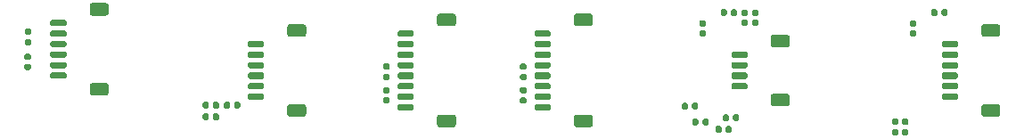
<source format=gtp>
G04 #@! TF.GenerationSoftware,KiCad,Pcbnew,(5.1.6-0-10_14)*
G04 #@! TF.CreationDate,2021-04-17T00:03:13+02:00*
G04 #@! TF.ProjectId,Encoder_SPI_Panel_v1_1,456e636f-6465-4725-9f53-50495f50616e,rev?*
G04 #@! TF.SameCoordinates,Original*
G04 #@! TF.FileFunction,Paste,Top*
G04 #@! TF.FilePolarity,Positive*
%FSLAX46Y46*%
G04 Gerber Fmt 4.6, Leading zero omitted, Abs format (unit mm)*
G04 Created by KiCad (PCBNEW (5.1.6-0-10_14)) date 2021-04-17 00:03:13*
%MOMM*%
%LPD*%
G01*
G04 APERTURE LIST*
G04 APERTURE END LIST*
G36*
G01*
X137929133Y-34172499D02*
X137929133Y-33827499D01*
G75*
G02*
X138076633Y-33679999I147500J0D01*
G01*
X138371633Y-33679999D01*
G75*
G02*
X138519133Y-33827499I0J-147500D01*
G01*
X138519133Y-34172499D01*
G75*
G02*
X138371633Y-34319999I-147500J0D01*
G01*
X138076633Y-34319999D01*
G75*
G02*
X137929133Y-34172499I0J147500D01*
G01*
G37*
G36*
G01*
X138899133Y-34172499D02*
X138899133Y-33827499D01*
G75*
G02*
X139046633Y-33679999I147500J0D01*
G01*
X139341633Y-33679999D01*
G75*
G02*
X139489133Y-33827499I0J-147500D01*
G01*
X139489133Y-34172499D01*
G75*
G02*
X139341633Y-34319999I-147500J0D01*
G01*
X139046633Y-34319999D01*
G75*
G02*
X138899133Y-34172499I0J147500D01*
G01*
G37*
G36*
G01*
X136381633Y-36279999D02*
X136036633Y-36279999D01*
G75*
G02*
X135889133Y-36132499I0J147500D01*
G01*
X135889133Y-35837499D01*
G75*
G02*
X136036633Y-35689999I147500J0D01*
G01*
X136381633Y-35689999D01*
G75*
G02*
X136529133Y-35837499I0J-147500D01*
G01*
X136529133Y-36132499D01*
G75*
G02*
X136381633Y-36279999I-147500J0D01*
G01*
G37*
G36*
G01*
X136381633Y-35309999D02*
X136036633Y-35309999D01*
G75*
G02*
X135889133Y-35162499I0J147500D01*
G01*
X135889133Y-34867499D01*
G75*
G02*
X136036633Y-34719999I147500J0D01*
G01*
X136381633Y-34719999D01*
G75*
G02*
X136529133Y-34867499I0J-147500D01*
G01*
X136529133Y-35162499D01*
G75*
G02*
X136381633Y-35309999I-147500J0D01*
G01*
G37*
G36*
G01*
X135764133Y-44202499D02*
X135764133Y-44547499D01*
G75*
G02*
X135616633Y-44694999I-147500J0D01*
G01*
X135321633Y-44694999D01*
G75*
G02*
X135174133Y-44547499I0J147500D01*
G01*
X135174133Y-44202499D01*
G75*
G02*
X135321633Y-44054999I147500J0D01*
G01*
X135616633Y-44054999D01*
G75*
G02*
X135764133Y-44202499I0J-147500D01*
G01*
G37*
G36*
G01*
X134794133Y-44202499D02*
X134794133Y-44547499D01*
G75*
G02*
X134646633Y-44694999I-147500J0D01*
G01*
X134351633Y-44694999D01*
G75*
G02*
X134204133Y-44547499I0J147500D01*
G01*
X134204133Y-44202499D01*
G75*
G02*
X134351633Y-44054999I147500J0D01*
G01*
X134646633Y-44054999D01*
G75*
G02*
X134794133Y-44202499I0J-147500D01*
G01*
G37*
G36*
G01*
X134204133Y-45547499D02*
X134204133Y-45202499D01*
G75*
G02*
X134351633Y-45054999I147500J0D01*
G01*
X134646633Y-45054999D01*
G75*
G02*
X134794133Y-45202499I0J-147500D01*
G01*
X134794133Y-45547499D01*
G75*
G02*
X134646633Y-45694999I-147500J0D01*
G01*
X134351633Y-45694999D01*
G75*
G02*
X134204133Y-45547499I0J147500D01*
G01*
G37*
G36*
G01*
X135174133Y-45547499D02*
X135174133Y-45202499D01*
G75*
G02*
X135321633Y-45054999I147500J0D01*
G01*
X135616633Y-45054999D01*
G75*
G02*
X135764133Y-45202499I0J-147500D01*
G01*
X135764133Y-45547499D01*
G75*
G02*
X135616633Y-45694999I-147500J0D01*
G01*
X135321633Y-45694999D01*
G75*
G02*
X135174133Y-45547499I0J147500D01*
G01*
G37*
G36*
G01*
X140334133Y-42299999D02*
X139084133Y-42299999D01*
G75*
G02*
X138934133Y-42149999I0J150000D01*
G01*
X138934133Y-41849999D01*
G75*
G02*
X139084133Y-41699999I150000J0D01*
G01*
X140334133Y-41699999D01*
G75*
G02*
X140484133Y-41849999I0J-150000D01*
G01*
X140484133Y-42149999D01*
G75*
G02*
X140334133Y-42299999I-150000J0D01*
G01*
G37*
G36*
G01*
X140334133Y-41299999D02*
X139084133Y-41299999D01*
G75*
G02*
X138934133Y-41149999I0J150000D01*
G01*
X138934133Y-40849999D01*
G75*
G02*
X139084133Y-40699999I150000J0D01*
G01*
X140334133Y-40699999D01*
G75*
G02*
X140484133Y-40849999I0J-150000D01*
G01*
X140484133Y-41149999D01*
G75*
G02*
X140334133Y-41299999I-150000J0D01*
G01*
G37*
G36*
G01*
X140334133Y-40299999D02*
X139084133Y-40299999D01*
G75*
G02*
X138934133Y-40149999I0J150000D01*
G01*
X138934133Y-39849999D01*
G75*
G02*
X139084133Y-39699999I150000J0D01*
G01*
X140334133Y-39699999D01*
G75*
G02*
X140484133Y-39849999I0J-150000D01*
G01*
X140484133Y-40149999D01*
G75*
G02*
X140334133Y-40299999I-150000J0D01*
G01*
G37*
G36*
G01*
X140334133Y-39299999D02*
X139084133Y-39299999D01*
G75*
G02*
X138934133Y-39149999I0J150000D01*
G01*
X138934133Y-38849999D01*
G75*
G02*
X139084133Y-38699999I150000J0D01*
G01*
X140334133Y-38699999D01*
G75*
G02*
X140484133Y-38849999I0J-150000D01*
G01*
X140484133Y-39149999D01*
G75*
G02*
X140334133Y-39299999I-150000J0D01*
G01*
G37*
G36*
G01*
X140334133Y-38299999D02*
X139084133Y-38299999D01*
G75*
G02*
X138934133Y-38149999I0J150000D01*
G01*
X138934133Y-37849999D01*
G75*
G02*
X139084133Y-37699999I150000J0D01*
G01*
X140334133Y-37699999D01*
G75*
G02*
X140484133Y-37849999I0J-150000D01*
G01*
X140484133Y-38149999D01*
G75*
G02*
X140334133Y-38299999I-150000J0D01*
G01*
G37*
G36*
G01*
X140334133Y-37299999D02*
X139084133Y-37299999D01*
G75*
G02*
X138934133Y-37149999I0J150000D01*
G01*
X138934133Y-36849999D01*
G75*
G02*
X139084133Y-36699999I150000J0D01*
G01*
X140334133Y-36699999D01*
G75*
G02*
X140484133Y-36849999I0J-150000D01*
G01*
X140484133Y-37149999D01*
G75*
G02*
X140334133Y-37299999I-150000J0D01*
G01*
G37*
G36*
G01*
X144234533Y-43899999D02*
X142933733Y-43899999D01*
G75*
G02*
X142684133Y-43650399I0J249600D01*
G01*
X142684133Y-42949599D01*
G75*
G02*
X142933733Y-42699999I249600J0D01*
G01*
X144234533Y-42699999D01*
G75*
G02*
X144484133Y-42949599I0J-249600D01*
G01*
X144484133Y-43650399D01*
G75*
G02*
X144234533Y-43899999I-249600J0D01*
G01*
G37*
G36*
G01*
X144234533Y-36299999D02*
X142933733Y-36299999D01*
G75*
G02*
X142684133Y-36050399I0J249600D01*
G01*
X142684133Y-35349599D01*
G75*
G02*
X142933733Y-35099999I249600J0D01*
G01*
X144234533Y-35099999D01*
G75*
G02*
X144484133Y-35349599I0J-249600D01*
G01*
X144484133Y-36050399D01*
G75*
G02*
X144234533Y-36299999I-249600J0D01*
G01*
G37*
G36*
G01*
X117929130Y-34172499D02*
X117929130Y-33827499D01*
G75*
G02*
X118076630Y-33679999I147500J0D01*
G01*
X118371630Y-33679999D01*
G75*
G02*
X118519130Y-33827499I0J-147500D01*
G01*
X118519130Y-34172499D01*
G75*
G02*
X118371630Y-34319999I-147500J0D01*
G01*
X118076630Y-34319999D01*
G75*
G02*
X117929130Y-34172499I0J147500D01*
G01*
G37*
G36*
G01*
X118899130Y-34172499D02*
X118899130Y-33827499D01*
G75*
G02*
X119046630Y-33679999I147500J0D01*
G01*
X119341630Y-33679999D01*
G75*
G02*
X119489130Y-33827499I0J-147500D01*
G01*
X119489130Y-34172499D01*
G75*
G02*
X119341630Y-34319999I-147500J0D01*
G01*
X119046630Y-34319999D01*
G75*
G02*
X118899130Y-34172499I0J147500D01*
G01*
G37*
G36*
G01*
X116381630Y-36279999D02*
X116036630Y-36279999D01*
G75*
G02*
X115889130Y-36132499I0J147500D01*
G01*
X115889130Y-35837499D01*
G75*
G02*
X116036630Y-35689999I147500J0D01*
G01*
X116381630Y-35689999D01*
G75*
G02*
X116529130Y-35837499I0J-147500D01*
G01*
X116529130Y-36132499D01*
G75*
G02*
X116381630Y-36279999I-147500J0D01*
G01*
G37*
G36*
G01*
X116381630Y-35309999D02*
X116036630Y-35309999D01*
G75*
G02*
X115889130Y-35162499I0J147500D01*
G01*
X115889130Y-34867499D01*
G75*
G02*
X116036630Y-34719999I147500J0D01*
G01*
X116381630Y-34719999D01*
G75*
G02*
X116529130Y-34867499I0J-147500D01*
G01*
X116529130Y-35162499D01*
G75*
G02*
X116381630Y-35309999I-147500J0D01*
G01*
G37*
G36*
G01*
X114229130Y-43072499D02*
X114229130Y-42727499D01*
G75*
G02*
X114376630Y-42579999I147500J0D01*
G01*
X114671630Y-42579999D01*
G75*
G02*
X114819130Y-42727499I0J-147500D01*
G01*
X114819130Y-43072499D01*
G75*
G02*
X114671630Y-43219999I-147500J0D01*
G01*
X114376630Y-43219999D01*
G75*
G02*
X114229130Y-43072499I0J147500D01*
G01*
G37*
G36*
G01*
X115199130Y-43072499D02*
X115199130Y-42727499D01*
G75*
G02*
X115346630Y-42579999I147500J0D01*
G01*
X115641630Y-42579999D01*
G75*
G02*
X115789130Y-42727499I0J-147500D01*
G01*
X115789130Y-43072499D01*
G75*
G02*
X115641630Y-43219999I-147500J0D01*
G01*
X115346630Y-43219999D01*
G75*
G02*
X115199130Y-43072499I0J147500D01*
G01*
G37*
G36*
G01*
X118129130Y-44172499D02*
X118129130Y-43827499D01*
G75*
G02*
X118276630Y-43679999I147500J0D01*
G01*
X118571630Y-43679999D01*
G75*
G02*
X118719130Y-43827499I0J-147500D01*
G01*
X118719130Y-44172499D01*
G75*
G02*
X118571630Y-44319999I-147500J0D01*
G01*
X118276630Y-44319999D01*
G75*
G02*
X118129130Y-44172499I0J147500D01*
G01*
G37*
G36*
G01*
X119099130Y-44172499D02*
X119099130Y-43827499D01*
G75*
G02*
X119246630Y-43679999I147500J0D01*
G01*
X119541630Y-43679999D01*
G75*
G02*
X119689130Y-43827499I0J-147500D01*
G01*
X119689130Y-44172499D01*
G75*
G02*
X119541630Y-44319999I-147500J0D01*
G01*
X119246630Y-44319999D01*
G75*
G02*
X119099130Y-44172499I0J147500D01*
G01*
G37*
G36*
G01*
X116789130Y-44227499D02*
X116789130Y-44572499D01*
G75*
G02*
X116641630Y-44719999I-147500J0D01*
G01*
X116346630Y-44719999D01*
G75*
G02*
X116199130Y-44572499I0J147500D01*
G01*
X116199130Y-44227499D01*
G75*
G02*
X116346630Y-44079999I147500J0D01*
G01*
X116641630Y-44079999D01*
G75*
G02*
X116789130Y-44227499I0J-147500D01*
G01*
G37*
G36*
G01*
X115819130Y-44227499D02*
X115819130Y-44572499D01*
G75*
G02*
X115671630Y-44719999I-147500J0D01*
G01*
X115376630Y-44719999D01*
G75*
G02*
X115229130Y-44572499I0J147500D01*
G01*
X115229130Y-44227499D01*
G75*
G02*
X115376630Y-44079999I147500J0D01*
G01*
X115671630Y-44079999D01*
G75*
G02*
X115819130Y-44227499I0J-147500D01*
G01*
G37*
G36*
G01*
X117429130Y-45272499D02*
X117429130Y-44927499D01*
G75*
G02*
X117576630Y-44779999I147500J0D01*
G01*
X117871630Y-44779999D01*
G75*
G02*
X118019130Y-44927499I0J-147500D01*
G01*
X118019130Y-45272499D01*
G75*
G02*
X117871630Y-45419999I-147500J0D01*
G01*
X117576630Y-45419999D01*
G75*
G02*
X117429130Y-45272499I0J147500D01*
G01*
G37*
G36*
G01*
X118399130Y-45272499D02*
X118399130Y-44927499D01*
G75*
G02*
X118546630Y-44779999I147500J0D01*
G01*
X118841630Y-44779999D01*
G75*
G02*
X118989130Y-44927499I0J-147500D01*
G01*
X118989130Y-45272499D01*
G75*
G02*
X118841630Y-45419999I-147500J0D01*
G01*
X118546630Y-45419999D01*
G75*
G02*
X118399130Y-45272499I0J147500D01*
G01*
G37*
G36*
G01*
X121381630Y-35279999D02*
X121036630Y-35279999D01*
G75*
G02*
X120889130Y-35132499I0J147500D01*
G01*
X120889130Y-34837499D01*
G75*
G02*
X121036630Y-34689999I147500J0D01*
G01*
X121381630Y-34689999D01*
G75*
G02*
X121529130Y-34837499I0J-147500D01*
G01*
X121529130Y-35132499D01*
G75*
G02*
X121381630Y-35279999I-147500J0D01*
G01*
G37*
G36*
G01*
X121381630Y-34309999D02*
X121036630Y-34309999D01*
G75*
G02*
X120889130Y-34162499I0J147500D01*
G01*
X120889130Y-33867499D01*
G75*
G02*
X121036630Y-33719999I147500J0D01*
G01*
X121381630Y-33719999D01*
G75*
G02*
X121529130Y-33867499I0J-147500D01*
G01*
X121529130Y-34162499D01*
G75*
G02*
X121381630Y-34309999I-147500J0D01*
G01*
G37*
G36*
G01*
X120036630Y-33719999D02*
X120381630Y-33719999D01*
G75*
G02*
X120529130Y-33867499I0J-147500D01*
G01*
X120529130Y-34162499D01*
G75*
G02*
X120381630Y-34309999I-147500J0D01*
G01*
X120036630Y-34309999D01*
G75*
G02*
X119889130Y-34162499I0J147500D01*
G01*
X119889130Y-33867499D01*
G75*
G02*
X120036630Y-33719999I147500J0D01*
G01*
G37*
G36*
G01*
X120036630Y-34689999D02*
X120381630Y-34689999D01*
G75*
G02*
X120529130Y-34837499I0J-147500D01*
G01*
X120529130Y-35132499D01*
G75*
G02*
X120381630Y-35279999I-147500J0D01*
G01*
X120036630Y-35279999D01*
G75*
G02*
X119889130Y-35132499I0J147500D01*
G01*
X119889130Y-34837499D01*
G75*
G02*
X120036630Y-34689999I147500J0D01*
G01*
G37*
G36*
G01*
X120334130Y-41299999D02*
X119084130Y-41299999D01*
G75*
G02*
X118934130Y-41149999I0J150000D01*
G01*
X118934130Y-40849999D01*
G75*
G02*
X119084130Y-40699999I150000J0D01*
G01*
X120334130Y-40699999D01*
G75*
G02*
X120484130Y-40849999I0J-150000D01*
G01*
X120484130Y-41149999D01*
G75*
G02*
X120334130Y-41299999I-150000J0D01*
G01*
G37*
G36*
G01*
X120334130Y-40299999D02*
X119084130Y-40299999D01*
G75*
G02*
X118934130Y-40149999I0J150000D01*
G01*
X118934130Y-39849999D01*
G75*
G02*
X119084130Y-39699999I150000J0D01*
G01*
X120334130Y-39699999D01*
G75*
G02*
X120484130Y-39849999I0J-150000D01*
G01*
X120484130Y-40149999D01*
G75*
G02*
X120334130Y-40299999I-150000J0D01*
G01*
G37*
G36*
G01*
X120334130Y-39299999D02*
X119084130Y-39299999D01*
G75*
G02*
X118934130Y-39149999I0J150000D01*
G01*
X118934130Y-38849999D01*
G75*
G02*
X119084130Y-38699999I150000J0D01*
G01*
X120334130Y-38699999D01*
G75*
G02*
X120484130Y-38849999I0J-150000D01*
G01*
X120484130Y-39149999D01*
G75*
G02*
X120334130Y-39299999I-150000J0D01*
G01*
G37*
G36*
G01*
X120334130Y-38299999D02*
X119084130Y-38299999D01*
G75*
G02*
X118934130Y-38149999I0J150000D01*
G01*
X118934130Y-37849999D01*
G75*
G02*
X119084130Y-37699999I150000J0D01*
G01*
X120334130Y-37699999D01*
G75*
G02*
X120484130Y-37849999I0J-150000D01*
G01*
X120484130Y-38149999D01*
G75*
G02*
X120334130Y-38299999I-150000J0D01*
G01*
G37*
G36*
G01*
X124234131Y-42899999D02*
X122934129Y-42899999D01*
G75*
G02*
X122684130Y-42650000I0J249999D01*
G01*
X122684130Y-41949998D01*
G75*
G02*
X122934129Y-41699999I249999J0D01*
G01*
X124234131Y-41699999D01*
G75*
G02*
X124484130Y-41949998I0J-249999D01*
G01*
X124484130Y-42650000D01*
G75*
G02*
X124234131Y-42899999I-249999J0D01*
G01*
G37*
G36*
G01*
X124234131Y-37299999D02*
X122934129Y-37299999D01*
G75*
G02*
X122684130Y-37050000I0J249999D01*
G01*
X122684130Y-36349998D01*
G75*
G02*
X122934129Y-36099999I249999J0D01*
G01*
X124234131Y-36099999D01*
G75*
G02*
X124484130Y-36349998I0J-249999D01*
G01*
X124484130Y-37050000D01*
G75*
G02*
X124234131Y-37299999I-249999J0D01*
G01*
G37*
G36*
G01*
X99003982Y-41084950D02*
X99348982Y-41084950D01*
G75*
G02*
X99496482Y-41232450I0J-147500D01*
G01*
X99496482Y-41527450D01*
G75*
G02*
X99348982Y-41674950I-147500J0D01*
G01*
X99003982Y-41674950D01*
G75*
G02*
X98856482Y-41527450I0J147500D01*
G01*
X98856482Y-41232450D01*
G75*
G02*
X99003982Y-41084950I147500J0D01*
G01*
G37*
G36*
G01*
X99003982Y-42054950D02*
X99348982Y-42054950D01*
G75*
G02*
X99496482Y-42202450I0J-147500D01*
G01*
X99496482Y-42497450D01*
G75*
G02*
X99348982Y-42644950I-147500J0D01*
G01*
X99003982Y-42644950D01*
G75*
G02*
X98856482Y-42497450I0J147500D01*
G01*
X98856482Y-42202450D01*
G75*
G02*
X99003982Y-42054950I147500J0D01*
G01*
G37*
G36*
G01*
X99348982Y-40409950D02*
X99003982Y-40409950D01*
G75*
G02*
X98856482Y-40262450I0J147500D01*
G01*
X98856482Y-39967450D01*
G75*
G02*
X99003982Y-39819950I147500J0D01*
G01*
X99348982Y-39819950D01*
G75*
G02*
X99496482Y-39967450I0J-147500D01*
G01*
X99496482Y-40262450D01*
G75*
G02*
X99348982Y-40409950I-147500J0D01*
G01*
G37*
G36*
G01*
X99348982Y-39439950D02*
X99003982Y-39439950D01*
G75*
G02*
X98856482Y-39292450I0J147500D01*
G01*
X98856482Y-38997450D01*
G75*
G02*
X99003982Y-38849950I147500J0D01*
G01*
X99348982Y-38849950D01*
G75*
G02*
X99496482Y-38997450I0J-147500D01*
G01*
X99496482Y-39292450D01*
G75*
G02*
X99348982Y-39439950I-147500J0D01*
G01*
G37*
G36*
G01*
X101631482Y-43299950D02*
X100381482Y-43299950D01*
G75*
G02*
X100231482Y-43149950I0J150000D01*
G01*
X100231482Y-42849950D01*
G75*
G02*
X100381482Y-42699950I150000J0D01*
G01*
X101631482Y-42699950D01*
G75*
G02*
X101781482Y-42849950I0J-150000D01*
G01*
X101781482Y-43149950D01*
G75*
G02*
X101631482Y-43299950I-150000J0D01*
G01*
G37*
G36*
G01*
X101631482Y-42299950D02*
X100381482Y-42299950D01*
G75*
G02*
X100231482Y-42149950I0J150000D01*
G01*
X100231482Y-41849950D01*
G75*
G02*
X100381482Y-41699950I150000J0D01*
G01*
X101631482Y-41699950D01*
G75*
G02*
X101781482Y-41849950I0J-150000D01*
G01*
X101781482Y-42149950D01*
G75*
G02*
X101631482Y-42299950I-150000J0D01*
G01*
G37*
G36*
G01*
X101631482Y-41299950D02*
X100381482Y-41299950D01*
G75*
G02*
X100231482Y-41149950I0J150000D01*
G01*
X100231482Y-40849950D01*
G75*
G02*
X100381482Y-40699950I150000J0D01*
G01*
X101631482Y-40699950D01*
G75*
G02*
X101781482Y-40849950I0J-150000D01*
G01*
X101781482Y-41149950D01*
G75*
G02*
X101631482Y-41299950I-150000J0D01*
G01*
G37*
G36*
G01*
X101631482Y-40299950D02*
X100381482Y-40299950D01*
G75*
G02*
X100231482Y-40149950I0J150000D01*
G01*
X100231482Y-39849950D01*
G75*
G02*
X100381482Y-39699950I150000J0D01*
G01*
X101631482Y-39699950D01*
G75*
G02*
X101781482Y-39849950I0J-150000D01*
G01*
X101781482Y-40149950D01*
G75*
G02*
X101631482Y-40299950I-150000J0D01*
G01*
G37*
G36*
G01*
X101631482Y-39299950D02*
X100381482Y-39299950D01*
G75*
G02*
X100231482Y-39149950I0J150000D01*
G01*
X100231482Y-38849950D01*
G75*
G02*
X100381482Y-38699950I150000J0D01*
G01*
X101631482Y-38699950D01*
G75*
G02*
X101781482Y-38849950I0J-150000D01*
G01*
X101781482Y-39149950D01*
G75*
G02*
X101631482Y-39299950I-150000J0D01*
G01*
G37*
G36*
G01*
X101631482Y-38299950D02*
X100381482Y-38299950D01*
G75*
G02*
X100231482Y-38149950I0J150000D01*
G01*
X100231482Y-37849950D01*
G75*
G02*
X100381482Y-37699950I150000J0D01*
G01*
X101631482Y-37699950D01*
G75*
G02*
X101781482Y-37849950I0J-150000D01*
G01*
X101781482Y-38149950D01*
G75*
G02*
X101631482Y-38299950I-150000J0D01*
G01*
G37*
G36*
G01*
X101631482Y-37299950D02*
X100381482Y-37299950D01*
G75*
G02*
X100231482Y-37149950I0J150000D01*
G01*
X100231482Y-36849950D01*
G75*
G02*
X100381482Y-36699950I150000J0D01*
G01*
X101631482Y-36699950D01*
G75*
G02*
X101781482Y-36849950I0J-150000D01*
G01*
X101781482Y-37149950D01*
G75*
G02*
X101631482Y-37299950I-150000J0D01*
G01*
G37*
G36*
G01*
X101631482Y-36299950D02*
X100381482Y-36299950D01*
G75*
G02*
X100231482Y-36149950I0J150000D01*
G01*
X100231482Y-35849950D01*
G75*
G02*
X100381482Y-35699950I150000J0D01*
G01*
X101631482Y-35699950D01*
G75*
G02*
X101781482Y-35849950I0J-150000D01*
G01*
X101781482Y-36149950D01*
G75*
G02*
X101631482Y-36299950I-150000J0D01*
G01*
G37*
G36*
G01*
X105531483Y-44899950D02*
X104231481Y-44899950D01*
G75*
G02*
X103981482Y-44649951I0J249999D01*
G01*
X103981482Y-43949949D01*
G75*
G02*
X104231481Y-43699950I249999J0D01*
G01*
X105531483Y-43699950D01*
G75*
G02*
X105781482Y-43949949I0J-249999D01*
G01*
X105781482Y-44649951D01*
G75*
G02*
X105531483Y-44899950I-249999J0D01*
G01*
G37*
G36*
G01*
X105531483Y-35299950D02*
X104231481Y-35299950D01*
G75*
G02*
X103981482Y-35049951I0J249999D01*
G01*
X103981482Y-34349949D01*
G75*
G02*
X104231481Y-34099950I249999J0D01*
G01*
X105531483Y-34099950D01*
G75*
G02*
X105781482Y-34349949I0J-249999D01*
G01*
X105781482Y-35049951D01*
G75*
G02*
X105531483Y-35299950I-249999J0D01*
G01*
G37*
G36*
G01*
X86000938Y-41084950D02*
X86345938Y-41084950D01*
G75*
G02*
X86493438Y-41232450I0J-147500D01*
G01*
X86493438Y-41527450D01*
G75*
G02*
X86345938Y-41674950I-147500J0D01*
G01*
X86000938Y-41674950D01*
G75*
G02*
X85853438Y-41527450I0J147500D01*
G01*
X85853438Y-41232450D01*
G75*
G02*
X86000938Y-41084950I147500J0D01*
G01*
G37*
G36*
G01*
X86000938Y-42054950D02*
X86345938Y-42054950D01*
G75*
G02*
X86493438Y-42202450I0J-147500D01*
G01*
X86493438Y-42497450D01*
G75*
G02*
X86345938Y-42644950I-147500J0D01*
G01*
X86000938Y-42644950D01*
G75*
G02*
X85853438Y-42497450I0J147500D01*
G01*
X85853438Y-42202450D01*
G75*
G02*
X86000938Y-42054950I147500J0D01*
G01*
G37*
G36*
G01*
X86345938Y-40409950D02*
X86000938Y-40409950D01*
G75*
G02*
X85853438Y-40262450I0J147500D01*
G01*
X85853438Y-39967450D01*
G75*
G02*
X86000938Y-39819950I147500J0D01*
G01*
X86345938Y-39819950D01*
G75*
G02*
X86493438Y-39967450I0J-147500D01*
G01*
X86493438Y-40262450D01*
G75*
G02*
X86345938Y-40409950I-147500J0D01*
G01*
G37*
G36*
G01*
X86345938Y-39439950D02*
X86000938Y-39439950D01*
G75*
G02*
X85853438Y-39292450I0J147500D01*
G01*
X85853438Y-38997450D01*
G75*
G02*
X86000938Y-38849950I147500J0D01*
G01*
X86345938Y-38849950D01*
G75*
G02*
X86493438Y-38997450I0J-147500D01*
G01*
X86493438Y-39292450D01*
G75*
G02*
X86345938Y-39439950I-147500J0D01*
G01*
G37*
G36*
G01*
X88628438Y-43299950D02*
X87378438Y-43299950D01*
G75*
G02*
X87228438Y-43149950I0J150000D01*
G01*
X87228438Y-42849950D01*
G75*
G02*
X87378438Y-42699950I150000J0D01*
G01*
X88628438Y-42699950D01*
G75*
G02*
X88778438Y-42849950I0J-150000D01*
G01*
X88778438Y-43149950D01*
G75*
G02*
X88628438Y-43299950I-150000J0D01*
G01*
G37*
G36*
G01*
X88628438Y-42299950D02*
X87378438Y-42299950D01*
G75*
G02*
X87228438Y-42149950I0J150000D01*
G01*
X87228438Y-41849950D01*
G75*
G02*
X87378438Y-41699950I150000J0D01*
G01*
X88628438Y-41699950D01*
G75*
G02*
X88778438Y-41849950I0J-150000D01*
G01*
X88778438Y-42149950D01*
G75*
G02*
X88628438Y-42299950I-150000J0D01*
G01*
G37*
G36*
G01*
X88628438Y-41299950D02*
X87378438Y-41299950D01*
G75*
G02*
X87228438Y-41149950I0J150000D01*
G01*
X87228438Y-40849950D01*
G75*
G02*
X87378438Y-40699950I150000J0D01*
G01*
X88628438Y-40699950D01*
G75*
G02*
X88778438Y-40849950I0J-150000D01*
G01*
X88778438Y-41149950D01*
G75*
G02*
X88628438Y-41299950I-150000J0D01*
G01*
G37*
G36*
G01*
X88628438Y-40299950D02*
X87378438Y-40299950D01*
G75*
G02*
X87228438Y-40149950I0J150000D01*
G01*
X87228438Y-39849950D01*
G75*
G02*
X87378438Y-39699950I150000J0D01*
G01*
X88628438Y-39699950D01*
G75*
G02*
X88778438Y-39849950I0J-150000D01*
G01*
X88778438Y-40149950D01*
G75*
G02*
X88628438Y-40299950I-150000J0D01*
G01*
G37*
G36*
G01*
X88628438Y-39299950D02*
X87378438Y-39299950D01*
G75*
G02*
X87228438Y-39149950I0J150000D01*
G01*
X87228438Y-38849950D01*
G75*
G02*
X87378438Y-38699950I150000J0D01*
G01*
X88628438Y-38699950D01*
G75*
G02*
X88778438Y-38849950I0J-150000D01*
G01*
X88778438Y-39149950D01*
G75*
G02*
X88628438Y-39299950I-150000J0D01*
G01*
G37*
G36*
G01*
X88628438Y-38299950D02*
X87378438Y-38299950D01*
G75*
G02*
X87228438Y-38149950I0J150000D01*
G01*
X87228438Y-37849950D01*
G75*
G02*
X87378438Y-37699950I150000J0D01*
G01*
X88628438Y-37699950D01*
G75*
G02*
X88778438Y-37849950I0J-150000D01*
G01*
X88778438Y-38149950D01*
G75*
G02*
X88628438Y-38299950I-150000J0D01*
G01*
G37*
G36*
G01*
X88628438Y-37299950D02*
X87378438Y-37299950D01*
G75*
G02*
X87228438Y-37149950I0J150000D01*
G01*
X87228438Y-36849950D01*
G75*
G02*
X87378438Y-36699950I150000J0D01*
G01*
X88628438Y-36699950D01*
G75*
G02*
X88778438Y-36849950I0J-150000D01*
G01*
X88778438Y-37149950D01*
G75*
G02*
X88628438Y-37299950I-150000J0D01*
G01*
G37*
G36*
G01*
X88628438Y-36299950D02*
X87378438Y-36299950D01*
G75*
G02*
X87228438Y-36149950I0J150000D01*
G01*
X87228438Y-35849950D01*
G75*
G02*
X87378438Y-35699950I150000J0D01*
G01*
X88628438Y-35699950D01*
G75*
G02*
X88778438Y-35849950I0J-150000D01*
G01*
X88778438Y-36149950D01*
G75*
G02*
X88628438Y-36299950I-150000J0D01*
G01*
G37*
G36*
G01*
X92528439Y-44899950D02*
X91228437Y-44899950D01*
G75*
G02*
X90978438Y-44649951I0J249999D01*
G01*
X90978438Y-43949949D01*
G75*
G02*
X91228437Y-43699950I249999J0D01*
G01*
X92528439Y-43699950D01*
G75*
G02*
X92778438Y-43949949I0J-249999D01*
G01*
X92778438Y-44649951D01*
G75*
G02*
X92528439Y-44899950I-249999J0D01*
G01*
G37*
G36*
G01*
X92528439Y-35299950D02*
X91228437Y-35299950D01*
G75*
G02*
X90978438Y-35049951I0J249999D01*
G01*
X90978438Y-34349949D01*
G75*
G02*
X91228437Y-34099950I249999J0D01*
G01*
X92528439Y-34099950D01*
G75*
G02*
X92778438Y-34349949I0J-249999D01*
G01*
X92778438Y-35049951D01*
G75*
G02*
X92528439Y-35299950I-249999J0D01*
G01*
G37*
G36*
G01*
X78298040Y-36299999D02*
X76998038Y-36299999D01*
G75*
G02*
X76748039Y-36050000I0J249999D01*
G01*
X76748039Y-35349998D01*
G75*
G02*
X76998038Y-35099999I249999J0D01*
G01*
X78298040Y-35099999D01*
G75*
G02*
X78548039Y-35349998I0J-249999D01*
G01*
X78548039Y-36050000D01*
G75*
G02*
X78298040Y-36299999I-249999J0D01*
G01*
G37*
G36*
G01*
X78298040Y-43899999D02*
X76998038Y-43899999D01*
G75*
G02*
X76748039Y-43650000I0J249999D01*
G01*
X76748039Y-42949998D01*
G75*
G02*
X76998038Y-42699999I249999J0D01*
G01*
X78298040Y-42699999D01*
G75*
G02*
X78548039Y-42949998I0J-249999D01*
G01*
X78548039Y-43650000D01*
G75*
G02*
X78298040Y-43899999I-249999J0D01*
G01*
G37*
G36*
G01*
X74398039Y-37299999D02*
X73148039Y-37299999D01*
G75*
G02*
X72998039Y-37149999I0J150000D01*
G01*
X72998039Y-36849999D01*
G75*
G02*
X73148039Y-36699999I150000J0D01*
G01*
X74398039Y-36699999D01*
G75*
G02*
X74548039Y-36849999I0J-150000D01*
G01*
X74548039Y-37149999D01*
G75*
G02*
X74398039Y-37299999I-150000J0D01*
G01*
G37*
G36*
G01*
X74398039Y-38299999D02*
X73148039Y-38299999D01*
G75*
G02*
X72998039Y-38149999I0J150000D01*
G01*
X72998039Y-37849999D01*
G75*
G02*
X73148039Y-37699999I150000J0D01*
G01*
X74398039Y-37699999D01*
G75*
G02*
X74548039Y-37849999I0J-150000D01*
G01*
X74548039Y-38149999D01*
G75*
G02*
X74398039Y-38299999I-150000J0D01*
G01*
G37*
G36*
G01*
X74398039Y-39299999D02*
X73148039Y-39299999D01*
G75*
G02*
X72998039Y-39149999I0J150000D01*
G01*
X72998039Y-38849999D01*
G75*
G02*
X73148039Y-38699999I150000J0D01*
G01*
X74398039Y-38699999D01*
G75*
G02*
X74548039Y-38849999I0J-150000D01*
G01*
X74548039Y-39149999D01*
G75*
G02*
X74398039Y-39299999I-150000J0D01*
G01*
G37*
G36*
G01*
X74398039Y-40299999D02*
X73148039Y-40299999D01*
G75*
G02*
X72998039Y-40149999I0J150000D01*
G01*
X72998039Y-39849999D01*
G75*
G02*
X73148039Y-39699999I150000J0D01*
G01*
X74398039Y-39699999D01*
G75*
G02*
X74548039Y-39849999I0J-150000D01*
G01*
X74548039Y-40149999D01*
G75*
G02*
X74398039Y-40299999I-150000J0D01*
G01*
G37*
G36*
G01*
X74398039Y-41299999D02*
X73148039Y-41299999D01*
G75*
G02*
X72998039Y-41149999I0J150000D01*
G01*
X72998039Y-40849999D01*
G75*
G02*
X73148039Y-40699999I150000J0D01*
G01*
X74398039Y-40699999D01*
G75*
G02*
X74548039Y-40849999I0J-150000D01*
G01*
X74548039Y-41149999D01*
G75*
G02*
X74398039Y-41299999I-150000J0D01*
G01*
G37*
G36*
G01*
X74398039Y-42299999D02*
X73148039Y-42299999D01*
G75*
G02*
X72998039Y-42149999I0J150000D01*
G01*
X72998039Y-41849999D01*
G75*
G02*
X73148039Y-41699999I150000J0D01*
G01*
X74398039Y-41699999D01*
G75*
G02*
X74548039Y-41849999I0J-150000D01*
G01*
X74548039Y-42149999D01*
G75*
G02*
X74398039Y-42299999I-150000J0D01*
G01*
G37*
G36*
G01*
X71693039Y-42972499D02*
X71693039Y-42627499D01*
G75*
G02*
X71840539Y-42479999I147500J0D01*
G01*
X72135539Y-42479999D01*
G75*
G02*
X72283039Y-42627499I0J-147500D01*
G01*
X72283039Y-42972499D01*
G75*
G02*
X72135539Y-43119999I-147500J0D01*
G01*
X71840539Y-43119999D01*
G75*
G02*
X71693039Y-42972499I0J147500D01*
G01*
G37*
G36*
G01*
X70723039Y-42972499D02*
X70723039Y-42627499D01*
G75*
G02*
X70870539Y-42479999I147500J0D01*
G01*
X71165539Y-42479999D01*
G75*
G02*
X71313039Y-42627499I0J-147500D01*
G01*
X71313039Y-42972499D01*
G75*
G02*
X71165539Y-43119999I-147500J0D01*
G01*
X70870539Y-43119999D01*
G75*
G02*
X70723039Y-42972499I0J147500D01*
G01*
G37*
G36*
G01*
X69693039Y-44072499D02*
X69693039Y-43727499D01*
G75*
G02*
X69840539Y-43579999I147500J0D01*
G01*
X70135539Y-43579999D01*
G75*
G02*
X70283039Y-43727499I0J-147500D01*
G01*
X70283039Y-44072499D01*
G75*
G02*
X70135539Y-44219999I-147500J0D01*
G01*
X69840539Y-44219999D01*
G75*
G02*
X69693039Y-44072499I0J147500D01*
G01*
G37*
G36*
G01*
X68723039Y-44072499D02*
X68723039Y-43727499D01*
G75*
G02*
X68870539Y-43579999I147500J0D01*
G01*
X69165539Y-43579999D01*
G75*
G02*
X69313039Y-43727499I0J-147500D01*
G01*
X69313039Y-44072499D01*
G75*
G02*
X69165539Y-44219999I-147500J0D01*
G01*
X68870539Y-44219999D01*
G75*
G02*
X68723039Y-44072499I0J147500D01*
G01*
G37*
G36*
G01*
X69693039Y-42972499D02*
X69693039Y-42627499D01*
G75*
G02*
X69840539Y-42479999I147500J0D01*
G01*
X70135539Y-42479999D01*
G75*
G02*
X70283039Y-42627499I0J-147500D01*
G01*
X70283039Y-42972499D01*
G75*
G02*
X70135539Y-43119999I-147500J0D01*
G01*
X69840539Y-43119999D01*
G75*
G02*
X69693039Y-42972499I0J147500D01*
G01*
G37*
G36*
G01*
X68723039Y-42972499D02*
X68723039Y-42627499D01*
G75*
G02*
X68870539Y-42479999I147500J0D01*
G01*
X69165539Y-42479999D01*
G75*
G02*
X69313039Y-42627499I0J-147500D01*
G01*
X69313039Y-42972499D01*
G75*
G02*
X69165539Y-43119999I-147500J0D01*
G01*
X68870539Y-43119999D01*
G75*
G02*
X68723039Y-42972499I0J147500D01*
G01*
G37*
G36*
G01*
X51927896Y-37904950D02*
X52272896Y-37904950D01*
G75*
G02*
X52420396Y-38052450I0J-147500D01*
G01*
X52420396Y-38347450D01*
G75*
G02*
X52272896Y-38494950I-147500J0D01*
G01*
X51927896Y-38494950D01*
G75*
G02*
X51780396Y-38347450I0J147500D01*
G01*
X51780396Y-38052450D01*
G75*
G02*
X51927896Y-37904950I147500J0D01*
G01*
G37*
G36*
G01*
X51927896Y-38874950D02*
X52272896Y-38874950D01*
G75*
G02*
X52420396Y-39022450I0J-147500D01*
G01*
X52420396Y-39317450D01*
G75*
G02*
X52272896Y-39464950I-147500J0D01*
G01*
X51927896Y-39464950D01*
G75*
G02*
X51780396Y-39317450I0J147500D01*
G01*
X51780396Y-39022450D01*
G75*
G02*
X51927896Y-38874950I147500J0D01*
G01*
G37*
G36*
G01*
X52292896Y-37089950D02*
X51947896Y-37089950D01*
G75*
G02*
X51800396Y-36942450I0J147500D01*
G01*
X51800396Y-36647450D01*
G75*
G02*
X51947896Y-36499950I147500J0D01*
G01*
X52292896Y-36499950D01*
G75*
G02*
X52440396Y-36647450I0J-147500D01*
G01*
X52440396Y-36942450D01*
G75*
G02*
X52292896Y-37089950I-147500J0D01*
G01*
G37*
G36*
G01*
X52292896Y-36119950D02*
X51947896Y-36119950D01*
G75*
G02*
X51800396Y-35972450I0J147500D01*
G01*
X51800396Y-35677450D01*
G75*
G02*
X51947896Y-35529950I147500J0D01*
G01*
X52292896Y-35529950D01*
G75*
G02*
X52440396Y-35677450I0J-147500D01*
G01*
X52440396Y-35972450D01*
G75*
G02*
X52292896Y-36119950I-147500J0D01*
G01*
G37*
G36*
G01*
X55635396Y-40289950D02*
X54385396Y-40289950D01*
G75*
G02*
X54235396Y-40139950I0J150000D01*
G01*
X54235396Y-39839950D01*
G75*
G02*
X54385396Y-39689950I150000J0D01*
G01*
X55635396Y-39689950D01*
G75*
G02*
X55785396Y-39839950I0J-150000D01*
G01*
X55785396Y-40139950D01*
G75*
G02*
X55635396Y-40289950I-150000J0D01*
G01*
G37*
G36*
G01*
X55635396Y-39289950D02*
X54385396Y-39289950D01*
G75*
G02*
X54235396Y-39139950I0J150000D01*
G01*
X54235396Y-38839950D01*
G75*
G02*
X54385396Y-38689950I150000J0D01*
G01*
X55635396Y-38689950D01*
G75*
G02*
X55785396Y-38839950I0J-150000D01*
G01*
X55785396Y-39139950D01*
G75*
G02*
X55635396Y-39289950I-150000J0D01*
G01*
G37*
G36*
G01*
X55635396Y-38289950D02*
X54385396Y-38289950D01*
G75*
G02*
X54235396Y-38139950I0J150000D01*
G01*
X54235396Y-37839950D01*
G75*
G02*
X54385396Y-37689950I150000J0D01*
G01*
X55635396Y-37689950D01*
G75*
G02*
X55785396Y-37839950I0J-150000D01*
G01*
X55785396Y-38139950D01*
G75*
G02*
X55635396Y-38289950I-150000J0D01*
G01*
G37*
G36*
G01*
X55635396Y-37289950D02*
X54385396Y-37289950D01*
G75*
G02*
X54235396Y-37139950I0J150000D01*
G01*
X54235396Y-36839950D01*
G75*
G02*
X54385396Y-36689950I150000J0D01*
G01*
X55635396Y-36689950D01*
G75*
G02*
X55785396Y-36839950I0J-150000D01*
G01*
X55785396Y-37139950D01*
G75*
G02*
X55635396Y-37289950I-150000J0D01*
G01*
G37*
G36*
G01*
X55635396Y-36289950D02*
X54385396Y-36289950D01*
G75*
G02*
X54235396Y-36139950I0J150000D01*
G01*
X54235396Y-35839950D01*
G75*
G02*
X54385396Y-35689950I150000J0D01*
G01*
X55635396Y-35689950D01*
G75*
G02*
X55785396Y-35839950I0J-150000D01*
G01*
X55785396Y-36139950D01*
G75*
G02*
X55635396Y-36289950I-150000J0D01*
G01*
G37*
G36*
G01*
X55635396Y-35289950D02*
X54385396Y-35289950D01*
G75*
G02*
X54235396Y-35139950I0J150000D01*
G01*
X54235396Y-34839950D01*
G75*
G02*
X54385396Y-34689950I150000J0D01*
G01*
X55635396Y-34689950D01*
G75*
G02*
X55785396Y-34839950I0J-150000D01*
G01*
X55785396Y-35139950D01*
G75*
G02*
X55635396Y-35289950I-150000J0D01*
G01*
G37*
G36*
G01*
X59535796Y-41889950D02*
X58234996Y-41889950D01*
G75*
G02*
X57985396Y-41640350I0J249600D01*
G01*
X57985396Y-40939550D01*
G75*
G02*
X58234996Y-40689950I249600J0D01*
G01*
X59535796Y-40689950D01*
G75*
G02*
X59785396Y-40939550I0J-249600D01*
G01*
X59785396Y-41640350D01*
G75*
G02*
X59535796Y-41889950I-249600J0D01*
G01*
G37*
G36*
G01*
X59535397Y-34289950D02*
X58235395Y-34289950D01*
G75*
G02*
X57985396Y-34039951I0J249999D01*
G01*
X57985396Y-33339949D01*
G75*
G02*
X58235395Y-33089950I249999J0D01*
G01*
X59535397Y-33089950D01*
G75*
G02*
X59785396Y-33339949I0J-249999D01*
G01*
X59785396Y-34039951D01*
G75*
G02*
X59535397Y-34289950I-249999J0D01*
G01*
G37*
M02*

</source>
